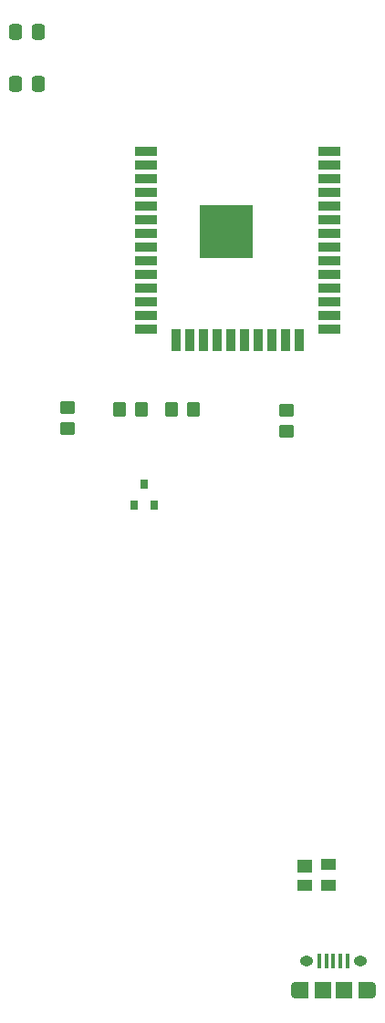
<source format=gbr>
%TF.GenerationSoftware,KiCad,Pcbnew,6.0.11+dfsg-1*%
%TF.CreationDate,2023-12-17T00:58:24-05:00*%
%TF.ProjectId,base_controller,62617365-5f63-46f6-9e74-726f6c6c6572,rev?*%
%TF.SameCoordinates,Original*%
%TF.FileFunction,Paste,Top*%
%TF.FilePolarity,Positive*%
%FSLAX46Y46*%
G04 Gerber Fmt 4.6, Leading zero omitted, Abs format (unit mm)*
G04 Created by KiCad (PCBNEW 6.0.11+dfsg-1) date 2023-12-17 00:58:24*
%MOMM*%
%LPD*%
G01*
G04 APERTURE LIST*
G04 Aperture macros list*
%AMRoundRect*
0 Rectangle with rounded corners*
0 $1 Rounding radius*
0 $2 $3 $4 $5 $6 $7 $8 $9 X,Y pos of 4 corners*
0 Add a 4 corners polygon primitive as box body*
4,1,4,$2,$3,$4,$5,$6,$7,$8,$9,$2,$3,0*
0 Add four circle primitives for the rounded corners*
1,1,$1+$1,$2,$3*
1,1,$1+$1,$4,$5*
1,1,$1+$1,$6,$7*
1,1,$1+$1,$8,$9*
0 Add four rect primitives between the rounded corners*
20,1,$1+$1,$2,$3,$4,$5,0*
20,1,$1+$1,$4,$5,$6,$7,0*
20,1,$1+$1,$6,$7,$8,$9,0*
20,1,$1+$1,$8,$9,$2,$3,0*%
G04 Aperture macros list end*
%ADD10RoundRect,0.250000X0.337500X0.475000X-0.337500X0.475000X-0.337500X-0.475000X0.337500X-0.475000X0*%
%ADD11R,1.400000X1.200000*%
%ADD12R,1.400000X1.000000*%
%ADD13O,0.890000X1.550000*%
%ADD14O,1.250000X0.950000*%
%ADD15R,0.400000X1.350000*%
%ADD16R,1.500000X1.550000*%
%ADD17R,1.200000X1.550000*%
%ADD18R,0.800000X0.900000*%
%ADD19RoundRect,0.250000X-0.350000X-0.450000X0.350000X-0.450000X0.350000X0.450000X-0.350000X0.450000X0*%
%ADD20RoundRect,0.250000X0.350000X0.450000X-0.350000X0.450000X-0.350000X-0.450000X0.350000X-0.450000X0*%
%ADD21RoundRect,0.250000X-0.450000X0.350000X-0.450000X-0.350000X0.450000X-0.350000X0.450000X0.350000X0*%
%ADD22RoundRect,0.250000X0.450000X-0.350000X0.450000X0.350000X-0.450000X0.350000X-0.450000X-0.350000X0*%
%ADD23R,2.000000X0.900000*%
%ADD24R,0.900000X2.000000*%
%ADD25R,5.000000X5.000000*%
G04 APERTURE END LIST*
D10*
%TO.C,C1*%
X129329000Y-59690000D03*
X127254000Y-59690000D03*
%TD*%
%TO.C,C2*%
X129307500Y-64516000D03*
X127232500Y-64516000D03*
%TD*%
D11*
%TO.C,D1*%
X154094000Y-137152000D03*
D12*
X154094000Y-138872000D03*
X156294000Y-138872000D03*
X156294000Y-136972000D03*
%TD*%
D13*
%TO.C,J5*%
X160234000Y-148652500D03*
X153234000Y-148652500D03*
D14*
X159234000Y-145952500D03*
X154234000Y-145952500D03*
D15*
X155434000Y-145952500D03*
X156084000Y-145952500D03*
X156734000Y-145952500D03*
X157384000Y-145952500D03*
X158034000Y-145952500D03*
D16*
X157734000Y-148652500D03*
D17*
X153834000Y-148652500D03*
D16*
X155734000Y-148652500D03*
D17*
X159634000Y-148652500D03*
%TD*%
D18*
%TO.C,Q1*%
X138242000Y-103616000D03*
X140142000Y-103616000D03*
X139192000Y-101616000D03*
%TD*%
D19*
%TO.C,R12*%
X136922000Y-94742000D03*
X138922000Y-94742000D03*
%TD*%
D20*
%TO.C,R13*%
X143748000Y-94742000D03*
X141748000Y-94742000D03*
%TD*%
D21*
%TO.C,R14*%
X132080000Y-94504000D03*
X132080000Y-96504000D03*
%TD*%
D22*
%TO.C,R15*%
X152400000Y-96758000D03*
X152400000Y-94758000D03*
%TD*%
D23*
%TO.C,U1*%
X139328000Y-70739000D03*
X139328000Y-72009000D03*
X139328000Y-73279000D03*
X139328000Y-74549000D03*
X139328000Y-75819000D03*
X139328000Y-77089000D03*
X139328000Y-78359000D03*
X139328000Y-79629000D03*
X139328000Y-80899000D03*
X139328000Y-82169000D03*
X139328000Y-83439000D03*
X139328000Y-84709000D03*
X139328000Y-85979000D03*
X139328000Y-87249000D03*
D24*
X142113000Y-88249000D03*
X143383000Y-88249000D03*
X144653000Y-88249000D03*
X145923000Y-88249000D03*
X147193000Y-88249000D03*
X148463000Y-88249000D03*
X149733000Y-88249000D03*
X151003000Y-88249000D03*
X152273000Y-88249000D03*
X153543000Y-88249000D03*
D23*
X156328000Y-87249000D03*
X156328000Y-85979000D03*
X156328000Y-84709000D03*
X156328000Y-83439000D03*
X156328000Y-82169000D03*
X156328000Y-80899000D03*
X156328000Y-79629000D03*
X156328000Y-78359000D03*
X156328000Y-77089000D03*
X156328000Y-75819000D03*
X156328000Y-74549000D03*
X156328000Y-73279000D03*
X156328000Y-72009000D03*
X156328000Y-70739000D03*
D25*
X146828000Y-78239000D03*
%TD*%
M02*

</source>
